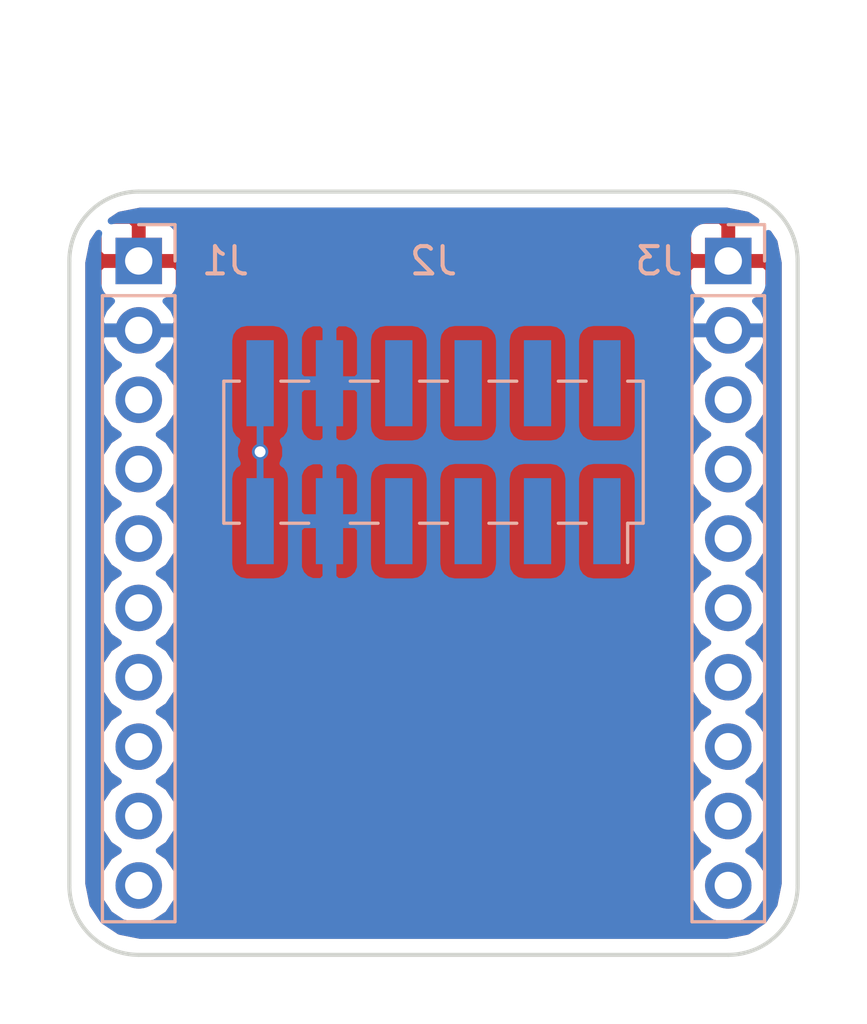
<source format=kicad_pcb>
(kicad_pcb (version 4) (host pcbnew 4.0.7)

  (general
    (links 6)
    (no_connects 5)
    (area 113.589999 88.824999 140.410001 116.915001)
    (thickness 1.6)
    (drawings 9)
    (tracks 3)
    (zones 0)
    (modules 3)
    (nets 27)
  )

  (page A4)
  (layers
    (0 F.Cu signal)
    (31 B.Cu signal)
    (32 B.Adhes user)
    (33 F.Adhes user)
    (34 B.Paste user)
    (35 F.Paste user)
    (36 B.SilkS user)
    (37 F.SilkS user)
    (38 B.Mask user)
    (39 F.Mask user)
    (40 Dwgs.User user)
    (41 Cmts.User user)
    (42 Eco1.User user)
    (43 Eco2.User user)
    (44 Edge.Cuts user)
    (45 Margin user)
    (46 B.CrtYd user)
    (47 F.CrtYd user)
    (48 B.Fab user)
    (49 F.Fab user)
  )

  (setup
    (last_trace_width 0.25)
    (trace_clearance 0.2)
    (zone_clearance 0.508)
    (zone_45_only no)
    (trace_min 0.2)
    (segment_width 0.2)
    (edge_width 0.15)
    (via_size 0.6)
    (via_drill 0.4)
    (via_min_size 0.4)
    (via_min_drill 0.3)
    (uvia_size 0.3)
    (uvia_drill 0.1)
    (uvias_allowed no)
    (uvia_min_size 0.2)
    (uvia_min_drill 0.1)
    (pcb_text_width 0.3)
    (pcb_text_size 1.5 1.5)
    (mod_edge_width 0.15)
    (mod_text_size 1 1)
    (mod_text_width 0.15)
    (pad_size 1.524 1.524)
    (pad_drill 0.762)
    (pad_to_mask_clearance 0.2)
    (aux_axis_origin 0 0)
    (visible_elements FFFFFF7F)
    (pcbplotparams
      (layerselection 0x00030_80000001)
      (usegerberextensions false)
      (excludeedgelayer true)
      (linewidth 0.100000)
      (plotframeref false)
      (viasonmask false)
      (mode 1)
      (useauxorigin false)
      (hpglpennumber 1)
      (hpglpenspeed 20)
      (hpglpendiameter 15)
      (hpglpenoverlay 2)
      (psnegative false)
      (psa4output false)
      (plotreference true)
      (plotvalue true)
      (plotinvisibletext false)
      (padsonsilk false)
      (subtractmaskfromsilk false)
      (outputformat 1)
      (mirror false)
      (drillshape 1)
      (scaleselection 1)
      (outputdirectory ""))
  )

  (net 0 "")
  (net 1 +3V3)
  (net 2 GND)
  (net 3 /PIO0_02)
  (net 4 /PIO0_03)
  (net 5 /PIO0_04)
  (net 6 /PIO0_05)
  (net 7 /PIO0_06)
  (net 8 /PIO0_07)
  (net 9 /PIO0_08)
  (net 10 /PIO0_09)
  (net 11 /PIO1_02)
  (net 12 /PIO1_03)
  (net 13 /PIO1_04)
  (net 14 /PIO1_05)
  (net 15 /PIO1_06)
  (net 16 /PIO1_07)
  (net 17 /PIO1_08)
  (net 18 /PIO1_09)
  (net 19 /PIO2_17)
  (net 20 /PIO2_18)
  (net 21 /PIO2_19)
  (net 22 /PIO2_20)
  (net 23 /PIO2_21)
  (net 24 /PIO2_22)
  (net 25 /PIO2_23)
  (net 26 /PIO2_24)

  (net_class Default "This is the default net class."
    (clearance 0.2)
    (trace_width 0.25)
    (via_dia 0.6)
    (via_drill 0.4)
    (uvia_dia 0.3)
    (uvia_drill 0.1)
    (add_net +3V3)
    (add_net /PIO0_02)
    (add_net /PIO0_03)
    (add_net /PIO0_04)
    (add_net /PIO0_05)
    (add_net /PIO0_06)
    (add_net /PIO0_07)
    (add_net /PIO0_08)
    (add_net /PIO0_09)
    (add_net /PIO1_02)
    (add_net /PIO1_03)
    (add_net /PIO1_04)
    (add_net /PIO1_05)
    (add_net /PIO1_06)
    (add_net /PIO1_07)
    (add_net /PIO1_08)
    (add_net /PIO1_09)
    (add_net /PIO2_17)
    (add_net /PIO2_18)
    (add_net /PIO2_19)
    (add_net /PIO2_20)
    (add_net /PIO2_21)
    (add_net /PIO2_22)
    (add_net /PIO2_23)
    (add_net /PIO2_24)
    (add_net GND)
  )

  (module Pin_Headers:Pin_Header_Straight_1x10_Pitch2.54mm (layer B.Cu) (tedit 59650532) (tstamp 5A561B43)
    (at 116.205 91.44 180)
    (descr "Through hole straight pin header, 1x10, 2.54mm pitch, single row")
    (tags "Through hole pin header THT 1x10 2.54mm single row")
    (path /5A5618EB)
    (fp_text reference J1 (at -3.175 0 180) (layer B.SilkS)
      (effects (font (size 1 1) (thickness 0.15)) (justify mirror))
    )
    (fp_text value Conn_01x10 (at 0 -25.19 180) (layer B.Fab)
      (effects (font (size 1 1) (thickness 0.15)) (justify mirror))
    )
    (fp_line (start -0.635 1.27) (end 1.27 1.27) (layer B.Fab) (width 0.1))
    (fp_line (start 1.27 1.27) (end 1.27 -24.13) (layer B.Fab) (width 0.1))
    (fp_line (start 1.27 -24.13) (end -1.27 -24.13) (layer B.Fab) (width 0.1))
    (fp_line (start -1.27 -24.13) (end -1.27 0.635) (layer B.Fab) (width 0.1))
    (fp_line (start -1.27 0.635) (end -0.635 1.27) (layer B.Fab) (width 0.1))
    (fp_line (start -1.33 -24.19) (end 1.33 -24.19) (layer B.SilkS) (width 0.12))
    (fp_line (start -1.33 -1.27) (end -1.33 -24.19) (layer B.SilkS) (width 0.12))
    (fp_line (start 1.33 -1.27) (end 1.33 -24.19) (layer B.SilkS) (width 0.12))
    (fp_line (start -1.33 -1.27) (end 1.33 -1.27) (layer B.SilkS) (width 0.12))
    (fp_line (start -1.33 0) (end -1.33 1.33) (layer B.SilkS) (width 0.12))
    (fp_line (start -1.33 1.33) (end 0 1.33) (layer B.SilkS) (width 0.12))
    (fp_line (start -1.8 1.8) (end -1.8 -24.65) (layer B.CrtYd) (width 0.05))
    (fp_line (start -1.8 -24.65) (end 1.8 -24.65) (layer B.CrtYd) (width 0.05))
    (fp_line (start 1.8 -24.65) (end 1.8 1.8) (layer B.CrtYd) (width 0.05))
    (fp_line (start 1.8 1.8) (end -1.8 1.8) (layer B.CrtYd) (width 0.05))
    (fp_text user %R (at 0 -11.43 450) (layer B.Fab)
      (effects (font (size 1 1) (thickness 0.15)) (justify mirror))
    )
    (pad 1 thru_hole rect (at 0 0 180) (size 1.7 1.7) (drill 1) (layers *.Cu *.Mask)
      (net 1 +3V3))
    (pad 2 thru_hole oval (at 0 -2.54 180) (size 1.7 1.7) (drill 1) (layers *.Cu *.Mask)
      (net 2 GND))
    (pad 3 thru_hole oval (at 0 -5.08 180) (size 1.7 1.7) (drill 1) (layers *.Cu *.Mask)
      (net 3 /PIO0_02))
    (pad 4 thru_hole oval (at 0 -7.62 180) (size 1.7 1.7) (drill 1) (layers *.Cu *.Mask)
      (net 4 /PIO0_03))
    (pad 5 thru_hole oval (at 0 -10.16 180) (size 1.7 1.7) (drill 1) (layers *.Cu *.Mask)
      (net 5 /PIO0_04))
    (pad 6 thru_hole oval (at 0 -12.7 180) (size 1.7 1.7) (drill 1) (layers *.Cu *.Mask)
      (net 6 /PIO0_05))
    (pad 7 thru_hole oval (at 0 -15.24 180) (size 1.7 1.7) (drill 1) (layers *.Cu *.Mask)
      (net 7 /PIO0_06))
    (pad 8 thru_hole oval (at 0 -17.78 180) (size 1.7 1.7) (drill 1) (layers *.Cu *.Mask)
      (net 8 /PIO0_07))
    (pad 9 thru_hole oval (at 0 -20.32 180) (size 1.7 1.7) (drill 1) (layers *.Cu *.Mask)
      (net 9 /PIO0_08))
    (pad 10 thru_hole oval (at 0 -22.86 180) (size 1.7 1.7) (drill 1) (layers *.Cu *.Mask)
      (net 10 /PIO0_09))
    (model ${KISYS3DMOD}/Pin_Headers.3dshapes/Pin_Header_Straight_1x10_Pitch2.54mm.wrl
      (at (xyz 0 0 0))
      (scale (xyz 1 1 1))
      (rotate (xyz 0 0 0))
    )
  )

  (module Pin_Headers:Pin_Header_Straight_2x06_Pitch2.54mm_SMD (layer B.Cu) (tedit 59650532) (tstamp 5A561B53)
    (at 127 98.44 90)
    (descr "surface-mounted straight pin header, 2x06, 2.54mm pitch, double rows")
    (tags "Surface mounted pin header SMD 2x06 2.54mm double row")
    (path /5A562508)
    (attr smd)
    (fp_text reference J2 (at 7 0 180) (layer B.SilkS)
      (effects (font (size 1 1) (thickness 0.15)) (justify mirror))
    )
    (fp_text value PMOD (at 0 -8.68 90) (layer B.Fab)
      (effects (font (size 1 1) (thickness 0.15)) (justify mirror))
    )
    (fp_line (start 2.54 -7.62) (end -2.54 -7.62) (layer B.Fab) (width 0.1))
    (fp_line (start -1.59 7.62) (end 2.54 7.62) (layer B.Fab) (width 0.1))
    (fp_line (start -2.54 -7.62) (end -2.54 6.67) (layer B.Fab) (width 0.1))
    (fp_line (start -2.54 6.67) (end -1.59 7.62) (layer B.Fab) (width 0.1))
    (fp_line (start 2.54 7.62) (end 2.54 -7.62) (layer B.Fab) (width 0.1))
    (fp_line (start -2.54 6.67) (end -3.6 6.67) (layer B.Fab) (width 0.1))
    (fp_line (start -3.6 6.67) (end -3.6 6.03) (layer B.Fab) (width 0.1))
    (fp_line (start -3.6 6.03) (end -2.54 6.03) (layer B.Fab) (width 0.1))
    (fp_line (start 2.54 6.67) (end 3.6 6.67) (layer B.Fab) (width 0.1))
    (fp_line (start 3.6 6.67) (end 3.6 6.03) (layer B.Fab) (width 0.1))
    (fp_line (start 3.6 6.03) (end 2.54 6.03) (layer B.Fab) (width 0.1))
    (fp_line (start -2.54 4.13) (end -3.6 4.13) (layer B.Fab) (width 0.1))
    (fp_line (start -3.6 4.13) (end -3.6 3.49) (layer B.Fab) (width 0.1))
    (fp_line (start -3.6 3.49) (end -2.54 3.49) (layer B.Fab) (width 0.1))
    (fp_line (start 2.54 4.13) (end 3.6 4.13) (layer B.Fab) (width 0.1))
    (fp_line (start 3.6 4.13) (end 3.6 3.49) (layer B.Fab) (width 0.1))
    (fp_line (start 3.6 3.49) (end 2.54 3.49) (layer B.Fab) (width 0.1))
    (fp_line (start -2.54 1.59) (end -3.6 1.59) (layer B.Fab) (width 0.1))
    (fp_line (start -3.6 1.59) (end -3.6 0.95) (layer B.Fab) (width 0.1))
    (fp_line (start -3.6 0.95) (end -2.54 0.95) (layer B.Fab) (width 0.1))
    (fp_line (start 2.54 1.59) (end 3.6 1.59) (layer B.Fab) (width 0.1))
    (fp_line (start 3.6 1.59) (end 3.6 0.95) (layer B.Fab) (width 0.1))
    (fp_line (start 3.6 0.95) (end 2.54 0.95) (layer B.Fab) (width 0.1))
    (fp_line (start -2.54 -0.95) (end -3.6 -0.95) (layer B.Fab) (width 0.1))
    (fp_line (start -3.6 -0.95) (end -3.6 -1.59) (layer B.Fab) (width 0.1))
    (fp_line (start -3.6 -1.59) (end -2.54 -1.59) (layer B.Fab) (width 0.1))
    (fp_line (start 2.54 -0.95) (end 3.6 -0.95) (layer B.Fab) (width 0.1))
    (fp_line (start 3.6 -0.95) (end 3.6 -1.59) (layer B.Fab) (width 0.1))
    (fp_line (start 3.6 -1.59) (end 2.54 -1.59) (layer B.Fab) (width 0.1))
    (fp_line (start -2.54 -3.49) (end -3.6 -3.49) (layer B.Fab) (width 0.1))
    (fp_line (start -3.6 -3.49) (end -3.6 -4.13) (layer B.Fab) (width 0.1))
    (fp_line (start -3.6 -4.13) (end -2.54 -4.13) (layer B.Fab) (width 0.1))
    (fp_line (start 2.54 -3.49) (end 3.6 -3.49) (layer B.Fab) (width 0.1))
    (fp_line (start 3.6 -3.49) (end 3.6 -4.13) (layer B.Fab) (width 0.1))
    (fp_line (start 3.6 -4.13) (end 2.54 -4.13) (layer B.Fab) (width 0.1))
    (fp_line (start -2.54 -6.03) (end -3.6 -6.03) (layer B.Fab) (width 0.1))
    (fp_line (start -3.6 -6.03) (end -3.6 -6.67) (layer B.Fab) (width 0.1))
    (fp_line (start -3.6 -6.67) (end -2.54 -6.67) (layer B.Fab) (width 0.1))
    (fp_line (start 2.54 -6.03) (end 3.6 -6.03) (layer B.Fab) (width 0.1))
    (fp_line (start 3.6 -6.03) (end 3.6 -6.67) (layer B.Fab) (width 0.1))
    (fp_line (start 3.6 -6.67) (end 2.54 -6.67) (layer B.Fab) (width 0.1))
    (fp_line (start -2.6 7.68) (end 2.6 7.68) (layer B.SilkS) (width 0.12))
    (fp_line (start -2.6 -7.68) (end 2.6 -7.68) (layer B.SilkS) (width 0.12))
    (fp_line (start -4.04 7.11) (end -2.6 7.11) (layer B.SilkS) (width 0.12))
    (fp_line (start -2.6 7.68) (end -2.6 7.11) (layer B.SilkS) (width 0.12))
    (fp_line (start 2.6 7.68) (end 2.6 7.11) (layer B.SilkS) (width 0.12))
    (fp_line (start -2.6 -7.11) (end -2.6 -7.68) (layer B.SilkS) (width 0.12))
    (fp_line (start 2.6 -7.11) (end 2.6 -7.68) (layer B.SilkS) (width 0.12))
    (fp_line (start -2.6 5.59) (end -2.6 4.57) (layer B.SilkS) (width 0.12))
    (fp_line (start 2.6 5.59) (end 2.6 4.57) (layer B.SilkS) (width 0.12))
    (fp_line (start -2.6 3.05) (end -2.6 2.03) (layer B.SilkS) (width 0.12))
    (fp_line (start 2.6 3.05) (end 2.6 2.03) (layer B.SilkS) (width 0.12))
    (fp_line (start -2.6 0.51) (end -2.6 -0.51) (layer B.SilkS) (width 0.12))
    (fp_line (start 2.6 0.51) (end 2.6 -0.51) (layer B.SilkS) (width 0.12))
    (fp_line (start -2.6 -2.03) (end -2.6 -3.05) (layer B.SilkS) (width 0.12))
    (fp_line (start 2.6 -2.03) (end 2.6 -3.05) (layer B.SilkS) (width 0.12))
    (fp_line (start -2.6 -4.57) (end -2.6 -5.59) (layer B.SilkS) (width 0.12))
    (fp_line (start 2.6 -4.57) (end 2.6 -5.59) (layer B.SilkS) (width 0.12))
    (fp_line (start -5.9 8.15) (end -5.9 -8.15) (layer B.CrtYd) (width 0.05))
    (fp_line (start -5.9 -8.15) (end 5.9 -8.15) (layer B.CrtYd) (width 0.05))
    (fp_line (start 5.9 -8.15) (end 5.9 8.15) (layer B.CrtYd) (width 0.05))
    (fp_line (start 5.9 8.15) (end -5.9 8.15) (layer B.CrtYd) (width 0.05))
    (fp_text user %R (at 0 0 360) (layer B.Fab)
      (effects (font (size 1 1) (thickness 0.15)) (justify mirror))
    )
    (pad 1 smd rect (at -2.525 6.35 90) (size 3.15 1) (layers B.Cu B.Paste B.Mask)
      (net 11 /PIO1_02))
    (pad 2 smd rect (at 2.525 6.35 90) (size 3.15 1) (layers B.Cu B.Paste B.Mask)
      (net 15 /PIO1_06))
    (pad 3 smd rect (at -2.525 3.81 90) (size 3.15 1) (layers B.Cu B.Paste B.Mask)
      (net 12 /PIO1_03))
    (pad 4 smd rect (at 2.525 3.81 90) (size 3.15 1) (layers B.Cu B.Paste B.Mask)
      (net 16 /PIO1_07))
    (pad 5 smd rect (at -2.525 1.27 90) (size 3.15 1) (layers B.Cu B.Paste B.Mask)
      (net 13 /PIO1_04))
    (pad 6 smd rect (at 2.525 1.27 90) (size 3.15 1) (layers B.Cu B.Paste B.Mask)
      (net 17 /PIO1_08))
    (pad 7 smd rect (at -2.525 -1.27 90) (size 3.15 1) (layers B.Cu B.Paste B.Mask)
      (net 14 /PIO1_05))
    (pad 8 smd rect (at 2.525 -1.27 90) (size 3.15 1) (layers B.Cu B.Paste B.Mask)
      (net 18 /PIO1_09))
    (pad 9 smd rect (at -2.525 -3.81 90) (size 3.15 1) (layers B.Cu B.Paste B.Mask)
      (net 2 GND))
    (pad 10 smd rect (at 2.525 -3.81 90) (size 3.15 1) (layers B.Cu B.Paste B.Mask)
      (net 2 GND))
    (pad 11 smd rect (at -2.525 -6.35 90) (size 3.15 1) (layers B.Cu B.Paste B.Mask)
      (net 1 +3V3))
    (pad 12 smd rect (at 2.525 -6.35 90) (size 3.15 1) (layers B.Cu B.Paste B.Mask)
      (net 1 +3V3))
    (model ${KISYS3DMOD}/Pin_Headers.3dshapes/Pin_Header_Straight_2x06_Pitch2.54mm_SMD.wrl
      (at (xyz 0 0 0))
      (scale (xyz 1 1 1))
      (rotate (xyz 0 0 0))
    )
  )

  (module Pin_Headers:Pin_Header_Straight_1x10_Pitch2.54mm (layer B.Cu) (tedit 59650532) (tstamp 5A561B61)
    (at 137.795 91.44 180)
    (descr "Through hole straight pin header, 1x10, 2.54mm pitch, single row")
    (tags "Through hole pin header THT 1x10 2.54mm single row")
    (path /5A5621B3)
    (fp_text reference J3 (at 2.54 0 180) (layer B.SilkS)
      (effects (font (size 1 1) (thickness 0.15)) (justify mirror))
    )
    (fp_text value Conn_01x10 (at 0 -25.19 180) (layer B.Fab)
      (effects (font (size 1 1) (thickness 0.15)) (justify mirror))
    )
    (fp_line (start -0.635 1.27) (end 1.27 1.27) (layer B.Fab) (width 0.1))
    (fp_line (start 1.27 1.27) (end 1.27 -24.13) (layer B.Fab) (width 0.1))
    (fp_line (start 1.27 -24.13) (end -1.27 -24.13) (layer B.Fab) (width 0.1))
    (fp_line (start -1.27 -24.13) (end -1.27 0.635) (layer B.Fab) (width 0.1))
    (fp_line (start -1.27 0.635) (end -0.635 1.27) (layer B.Fab) (width 0.1))
    (fp_line (start -1.33 -24.19) (end 1.33 -24.19) (layer B.SilkS) (width 0.12))
    (fp_line (start -1.33 -1.27) (end -1.33 -24.19) (layer B.SilkS) (width 0.12))
    (fp_line (start 1.33 -1.27) (end 1.33 -24.19) (layer B.SilkS) (width 0.12))
    (fp_line (start -1.33 -1.27) (end 1.33 -1.27) (layer B.SilkS) (width 0.12))
    (fp_line (start -1.33 0) (end -1.33 1.33) (layer B.SilkS) (width 0.12))
    (fp_line (start -1.33 1.33) (end 0 1.33) (layer B.SilkS) (width 0.12))
    (fp_line (start -1.8 1.8) (end -1.8 -24.65) (layer B.CrtYd) (width 0.05))
    (fp_line (start -1.8 -24.65) (end 1.8 -24.65) (layer B.CrtYd) (width 0.05))
    (fp_line (start 1.8 -24.65) (end 1.8 1.8) (layer B.CrtYd) (width 0.05))
    (fp_line (start 1.8 1.8) (end -1.8 1.8) (layer B.CrtYd) (width 0.05))
    (fp_text user %R (at 0 -11.43 450) (layer B.Fab)
      (effects (font (size 1 1) (thickness 0.15)) (justify mirror))
    )
    (pad 1 thru_hole rect (at 0 0 180) (size 1.7 1.7) (drill 1) (layers *.Cu *.Mask)
      (net 1 +3V3))
    (pad 2 thru_hole oval (at 0 -2.54 180) (size 1.7 1.7) (drill 1) (layers *.Cu *.Mask)
      (net 2 GND))
    (pad 3 thru_hole oval (at 0 -5.08 180) (size 1.7 1.7) (drill 1) (layers *.Cu *.Mask)
      (net 19 /PIO2_17))
    (pad 4 thru_hole oval (at 0 -7.62 180) (size 1.7 1.7) (drill 1) (layers *.Cu *.Mask)
      (net 20 /PIO2_18))
    (pad 5 thru_hole oval (at 0 -10.16 180) (size 1.7 1.7) (drill 1) (layers *.Cu *.Mask)
      (net 21 /PIO2_19))
    (pad 6 thru_hole oval (at 0 -12.7 180) (size 1.7 1.7) (drill 1) (layers *.Cu *.Mask)
      (net 22 /PIO2_20))
    (pad 7 thru_hole oval (at 0 -15.24 180) (size 1.7 1.7) (drill 1) (layers *.Cu *.Mask)
      (net 23 /PIO2_21))
    (pad 8 thru_hole oval (at 0 -17.78 180) (size 1.7 1.7) (drill 1) (layers *.Cu *.Mask)
      (net 24 /PIO2_22))
    (pad 9 thru_hole oval (at 0 -20.32 180) (size 1.7 1.7) (drill 1) (layers *.Cu *.Mask)
      (net 25 /PIO2_23))
    (pad 10 thru_hole oval (at 0 -22.86 180) (size 1.7 1.7) (drill 1) (layers *.Cu *.Mask)
      (net 26 /PIO2_24))
    (model ${KISYS3DMOD}/Pin_Headers.3dshapes/Pin_Header_Straight_1x10_Pitch2.54mm.wrl
      (at (xyz 0 0 0))
      (scale (xyz 1 1 1))
      (rotate (xyz 0 0 0))
    )
  )

  (dimension 21.59 (width 0.3) (layer F.Fab)
    (gr_text "0.8500 in" (at 127 83.74) (layer F.Fab)
      (effects (font (size 1.5 1.5) (thickness 0.3)))
    )
    (feature1 (pts (xy 137.795 91.44) (xy 137.795 82.39)))
    (feature2 (pts (xy 116.205 91.44) (xy 116.205 82.39)))
    (crossbar (pts (xy 116.205 85.09) (xy 137.795 85.09)))
    (arrow1a (pts (xy 137.795 85.09) (xy 136.668496 85.676421)))
    (arrow1b (pts (xy 137.795 85.09) (xy 136.668496 84.503579)))
    (arrow2a (pts (xy 116.205 85.09) (xy 117.331504 85.676421)))
    (arrow2b (pts (xy 116.205 85.09) (xy 117.331504 84.503579)))
  )
  (gr_line (start 113.665 114.3) (end 113.665 91.44) (layer Edge.Cuts) (width 0.15))
  (gr_line (start 137.795 116.84) (end 116.205 116.84) (layer Edge.Cuts) (width 0.15))
  (gr_line (start 140.335 91.44) (end 140.335 114.3) (layer Edge.Cuts) (width 0.15))
  (gr_line (start 116.205 88.9) (end 137.795 88.9) (layer Edge.Cuts) (width 0.15))
  (gr_arc (start 137.795 114.3) (end 140.335 114.3) (angle 90) (layer Edge.Cuts) (width 0.15))
  (gr_arc (start 116.205 114.3) (end 116.205 116.84) (angle 90) (layer Edge.Cuts) (width 0.15))
  (gr_arc (start 137.795 91.44) (end 137.795 88.9) (angle 90) (layer Edge.Cuts) (width 0.15))
  (gr_arc (start 116.205 91.44) (end 113.665 91.44) (angle 90) (layer Edge.Cuts) (width 0.15))

  (segment (start 120.65 100.965) (end 120.65 98.425) (width 0.25) (layer B.Cu) (net 1))
  (via (at 120.65 98.425) (size 0.6) (drill 0.4) (layers F.Cu B.Cu) (net 1))
  (segment (start 120.65 95.915) (end 120.65 98.425) (width 0.25) (layer B.Cu) (net 1))

  (zone (net 1) (net_name +3V3) (layer F.Cu) (tstamp 0) (hatch edge 0.508)
    (connect_pads (clearance 0.508))
    (min_thickness 0.254)
    (fill yes (arc_segments 16) (thermal_gap 0.508) (thermal_bridge_width 0.508))
    (polygon
      (pts
        (xy 112.395 86.36) (xy 112.395 119.38) (xy 141.605 119.38) (xy 141.605 86.36)
      )
    )
    (filled_polygon
      (pts
        (xy 138.489989 89.762152) (xy 138.790508 89.962953) (xy 138.771309 89.955) (xy 138.08075 89.955) (xy 137.922 90.11375)
        (xy 137.922 91.313) (xy 139.12125 91.313) (xy 139.28 91.15425) (xy 139.28 90.46369) (xy 139.272049 90.444494)
        (xy 139.472848 90.745011) (xy 139.625 91.509931) (xy 139.625 114.230069) (xy 139.472848 114.994989) (xy 139.07917 115.58417)
        (xy 138.489989 115.977848) (xy 137.725069 116.13) (xy 116.274931 116.13) (xy 115.510011 115.977848) (xy 114.92083 115.58417)
        (xy 114.527152 114.994989) (xy 114.375 114.230069) (xy 114.375 93.98) (xy 114.690907 93.98) (xy 114.803946 94.548285)
        (xy 115.125853 95.030054) (xy 115.455026 95.25) (xy 115.125853 95.469946) (xy 114.803946 95.951715) (xy 114.690907 96.52)
        (xy 114.803946 97.088285) (xy 115.125853 97.570054) (xy 115.455026 97.79) (xy 115.125853 98.009946) (xy 114.803946 98.491715)
        (xy 114.690907 99.06) (xy 114.803946 99.628285) (xy 115.125853 100.110054) (xy 115.455026 100.33) (xy 115.125853 100.549946)
        (xy 114.803946 101.031715) (xy 114.690907 101.6) (xy 114.803946 102.168285) (xy 115.125853 102.650054) (xy 115.455026 102.87)
        (xy 115.125853 103.089946) (xy 114.803946 103.571715) (xy 114.690907 104.14) (xy 114.803946 104.708285) (xy 115.125853 105.190054)
        (xy 115.455026 105.41) (xy 115.125853 105.629946) (xy 114.803946 106.111715) (xy 114.690907 106.68) (xy 114.803946 107.248285)
        (xy 115.125853 107.730054) (xy 115.455026 107.95) (xy 115.125853 108.169946) (xy 114.803946 108.651715) (xy 114.690907 109.22)
        (xy 114.803946 109.788285) (xy 115.125853 110.270054) (xy 115.455026 110.49) (xy 115.125853 110.709946) (xy 114.803946 111.191715)
        (xy 114.690907 111.76) (xy 114.803946 112.328285) (xy 115.125853 112.810054) (xy 115.455026 113.03) (xy 115.125853 113.249946)
        (xy 114.803946 113.731715) (xy 114.690907 114.3) (xy 114.803946 114.868285) (xy 115.125853 115.350054) (xy 115.607622 115.671961)
        (xy 116.175907 115.785) (xy 116.234093 115.785) (xy 116.802378 115.671961) (xy 117.284147 115.350054) (xy 117.606054 114.868285)
        (xy 117.719093 114.3) (xy 117.606054 113.731715) (xy 117.284147 113.249946) (xy 116.954974 113.03) (xy 117.284147 112.810054)
        (xy 117.606054 112.328285) (xy 117.719093 111.76) (xy 117.606054 111.191715) (xy 117.284147 110.709946) (xy 116.954974 110.49)
        (xy 117.284147 110.270054) (xy 117.606054 109.788285) (xy 117.719093 109.22) (xy 117.606054 108.651715) (xy 117.284147 108.169946)
        (xy 116.954974 107.95) (xy 117.284147 107.730054) (xy 117.606054 107.248285) (xy 117.719093 106.68) (xy 117.606054 106.111715)
        (xy 117.284147 105.629946) (xy 116.954974 105.41) (xy 117.284147 105.190054) (xy 117.606054 104.708285) (xy 117.719093 104.14)
        (xy 117.606054 103.571715) (xy 117.284147 103.089946) (xy 116.954974 102.87) (xy 117.284147 102.650054) (xy 117.606054 102.168285)
        (xy 117.719093 101.6) (xy 117.606054 101.031715) (xy 117.284147 100.549946) (xy 116.954974 100.33) (xy 117.284147 100.110054)
        (xy 117.606054 99.628285) (xy 117.719093 99.06) (xy 117.606054 98.491715) (xy 117.284147 98.009946) (xy 116.954974 97.79)
        (xy 117.284147 97.570054) (xy 117.606054 97.088285) (xy 117.719093 96.52) (xy 117.606054 95.951715) (xy 117.284147 95.469946)
        (xy 116.954974 95.25) (xy 117.284147 95.030054) (xy 117.606054 94.548285) (xy 117.719093 93.98) (xy 136.280907 93.98)
        (xy 136.393946 94.548285) (xy 136.715853 95.030054) (xy 137.045026 95.25) (xy 136.715853 95.469946) (xy 136.393946 95.951715)
        (xy 136.280907 96.52) (xy 136.393946 97.088285) (xy 136.715853 97.570054) (xy 137.045026 97.79) (xy 136.715853 98.009946)
        (xy 136.393946 98.491715) (xy 136.280907 99.06) (xy 136.393946 99.628285) (xy 136.715853 100.110054) (xy 137.045026 100.33)
        (xy 136.715853 100.549946) (xy 136.393946 101.031715) (xy 136.280907 101.6) (xy 136.393946 102.168285) (xy 136.715853 102.650054)
        (xy 137.045026 102.87) (xy 136.715853 103.089946) (xy 136.393946 103.571715) (xy 136.280907 104.14) (xy 136.393946 104.708285)
        (xy 136.715853 105.190054) (xy 137.045026 105.41) (xy 136.715853 105.629946) (xy 136.393946 106.111715) (xy 136.280907 106.68)
        (xy 136.393946 107.248285) (xy 136.715853 107.730054) (xy 137.045026 107.95) (xy 136.715853 108.169946) (xy 136.393946 108.651715)
        (xy 136.280907 109.22) (xy 136.393946 109.788285) (xy 136.715853 110.270054) (xy 137.045026 110.49) (xy 136.715853 110.709946)
        (xy 136.393946 111.191715) (xy 136.280907 111.76) (xy 136.393946 112.328285) (xy 136.715853 112.810054) (xy 137.045026 113.03)
        (xy 136.715853 113.249946) (xy 136.393946 113.731715) (xy 136.280907 114.3) (xy 136.393946 114.868285) (xy 136.715853 115.350054)
        (xy 137.197622 115.671961) (xy 137.765907 115.785) (xy 137.824093 115.785) (xy 138.392378 115.671961) (xy 138.874147 115.350054)
        (xy 139.196054 114.868285) (xy 139.309093 114.3) (xy 139.196054 113.731715) (xy 138.874147 113.249946) (xy 138.544974 113.03)
        (xy 138.874147 112.810054) (xy 139.196054 112.328285) (xy 139.309093 111.76) (xy 139.196054 111.191715) (xy 138.874147 110.709946)
        (xy 138.544974 110.49) (xy 138.874147 110.270054) (xy 139.196054 109.788285) (xy 139.309093 109.22) (xy 139.196054 108.651715)
        (xy 138.874147 108.169946) (xy 138.544974 107.95) (xy 138.874147 107.730054) (xy 139.196054 107.248285) (xy 139.309093 106.68)
        (xy 139.196054 106.111715) (xy 138.874147 105.629946) (xy 138.544974 105.41) (xy 138.874147 105.190054) (xy 139.196054 104.708285)
        (xy 139.309093 104.14) (xy 139.196054 103.571715) (xy 138.874147 103.089946) (xy 138.544974 102.87) (xy 138.874147 102.650054)
        (xy 139.196054 102.168285) (xy 139.309093 101.6) (xy 139.196054 101.031715) (xy 138.874147 100.549946) (xy 138.544974 100.33)
        (xy 138.874147 100.110054) (xy 139.196054 99.628285) (xy 139.309093 99.06) (xy 139.196054 98.491715) (xy 138.874147 98.009946)
        (xy 138.544974 97.79) (xy 138.874147 97.570054) (xy 139.196054 97.088285) (xy 139.309093 96.52) (xy 139.196054 95.951715)
        (xy 138.874147 95.469946) (xy 138.544974 95.25) (xy 138.874147 95.030054) (xy 139.196054 94.548285) (xy 139.309093 93.98)
        (xy 139.196054 93.411715) (xy 138.874147 92.929946) (xy 138.830223 92.900597) (xy 139.004698 92.828327) (xy 139.183327 92.649699)
        (xy 139.28 92.41631) (xy 139.28 91.72575) (xy 139.12125 91.567) (xy 137.922 91.567) (xy 137.922 91.587)
        (xy 137.668 91.587) (xy 137.668 91.567) (xy 136.46875 91.567) (xy 136.31 91.72575) (xy 136.31 92.41631)
        (xy 136.406673 92.649699) (xy 136.585302 92.828327) (xy 136.759777 92.900597) (xy 136.715853 92.929946) (xy 136.393946 93.411715)
        (xy 136.280907 93.98) (xy 117.719093 93.98) (xy 117.606054 93.411715) (xy 117.284147 92.929946) (xy 117.240223 92.900597)
        (xy 117.414698 92.828327) (xy 117.593327 92.649699) (xy 117.69 92.41631) (xy 117.69 91.72575) (xy 117.53125 91.567)
        (xy 116.332 91.567) (xy 116.332 91.587) (xy 116.078 91.587) (xy 116.078 91.567) (xy 114.87875 91.567)
        (xy 114.72 91.72575) (xy 114.72 92.41631) (xy 114.816673 92.649699) (xy 114.995302 92.828327) (xy 115.169777 92.900597)
        (xy 115.125853 92.929946) (xy 114.803946 93.411715) (xy 114.690907 93.98) (xy 114.375 93.98) (xy 114.375 91.509931)
        (xy 114.527152 90.745011) (xy 114.727951 90.444494) (xy 114.72 90.46369) (xy 114.72 91.15425) (xy 114.87875 91.313)
        (xy 116.078 91.313) (xy 116.078 90.11375) (xy 116.332 90.11375) (xy 116.332 91.313) (xy 117.53125 91.313)
        (xy 117.69 91.15425) (xy 117.69 90.46369) (xy 136.31 90.46369) (xy 136.31 91.15425) (xy 136.46875 91.313)
        (xy 137.668 91.313) (xy 137.668 90.11375) (xy 137.50925 89.955) (xy 136.818691 89.955) (xy 136.585302 90.051673)
        (xy 136.406673 90.230301) (xy 136.31 90.46369) (xy 117.69 90.46369) (xy 117.593327 90.230301) (xy 117.414698 90.051673)
        (xy 117.181309 89.955) (xy 116.49075 89.955) (xy 116.332 90.11375) (xy 116.078 90.11375) (xy 115.91925 89.955)
        (xy 115.228691 89.955) (xy 115.209492 89.962953) (xy 115.510011 89.762152) (xy 116.274931 89.61) (xy 137.725069 89.61)
      )
    )
  )
  (zone (net 2) (net_name GND) (layer B.Cu) (tstamp 0) (hatch edge 0.508)
    (connect_pads (clearance 0.508))
    (min_thickness 0.254)
    (fill yes (arc_segments 16) (thermal_gap 0.508) (thermal_bridge_width 0.508))
    (polygon
      (pts
        (xy 111.125 87.63) (xy 142.875 87.63) (xy 142.875 118.11) (xy 111.125 118.11)
      )
    )
    (filled_polygon
      (pts
        (xy 138.489989 89.762152) (xy 138.809993 89.975972) (xy 138.645 89.94256) (xy 136.945 89.94256) (xy 136.709683 89.986838)
        (xy 136.493559 90.12591) (xy 136.348569 90.33811) (xy 136.29756 90.59) (xy 136.29756 92.29) (xy 136.341838 92.525317)
        (xy 136.48091 92.741441) (xy 136.69311 92.886431) (xy 136.801107 92.908301) (xy 136.523355 93.213076) (xy 136.353524 93.62311)
        (xy 136.474845 93.853) (xy 137.668 93.853) (xy 137.668 93.833) (xy 137.922 93.833) (xy 137.922 93.853)
        (xy 139.115155 93.853) (xy 139.236476 93.62311) (xy 139.066645 93.213076) (xy 138.790499 92.910063) (xy 138.880317 92.893162)
        (xy 139.096441 92.75409) (xy 139.241431 92.54189) (xy 139.29244 92.29) (xy 139.29244 90.59) (xy 139.262322 90.429937)
        (xy 139.472848 90.745011) (xy 139.625 91.509931) (xy 139.625 114.230069) (xy 139.472848 114.994989) (xy 139.07917 115.58417)
        (xy 138.489989 115.977848) (xy 137.725069 116.13) (xy 116.274931 116.13) (xy 115.510011 115.977848) (xy 114.92083 115.58417)
        (xy 114.527152 114.994989) (xy 114.375 114.230069) (xy 114.375 96.52) (xy 114.690907 96.52) (xy 114.803946 97.088285)
        (xy 115.125853 97.570054) (xy 115.455026 97.79) (xy 115.125853 98.009946) (xy 114.803946 98.491715) (xy 114.690907 99.06)
        (xy 114.803946 99.628285) (xy 115.125853 100.110054) (xy 115.455026 100.33) (xy 115.125853 100.549946) (xy 114.803946 101.031715)
        (xy 114.690907 101.6) (xy 114.803946 102.168285) (xy 115.125853 102.650054) (xy 115.455026 102.87) (xy 115.125853 103.089946)
        (xy 114.803946 103.571715) (xy 114.690907 104.14) (xy 114.803946 104.708285) (xy 115.125853 105.190054) (xy 115.455026 105.41)
        (xy 115.125853 105.629946) (xy 114.803946 106.111715) (xy 114.690907 106.68) (xy 114.803946 107.248285) (xy 115.125853 107.730054)
        (xy 115.455026 107.95) (xy 115.125853 108.169946) (xy 114.803946 108.651715) (xy 114.690907 109.22) (xy 114.803946 109.788285)
        (xy 115.125853 110.270054) (xy 115.455026 110.49) (xy 115.125853 110.709946) (xy 114.803946 111.191715) (xy 114.690907 111.76)
        (xy 114.803946 112.328285) (xy 115.125853 112.810054) (xy 115.455026 113.03) (xy 115.125853 113.249946) (xy 114.803946 113.731715)
        (xy 114.690907 114.3) (xy 114.803946 114.868285) (xy 115.125853 115.350054) (xy 115.607622 115.671961) (xy 116.175907 115.785)
        (xy 116.234093 115.785) (xy 116.802378 115.671961) (xy 117.284147 115.350054) (xy 117.606054 114.868285) (xy 117.719093 114.3)
        (xy 117.606054 113.731715) (xy 117.284147 113.249946) (xy 116.954974 113.03) (xy 117.284147 112.810054) (xy 117.606054 112.328285)
        (xy 117.719093 111.76) (xy 117.606054 111.191715) (xy 117.284147 110.709946) (xy 116.954974 110.49) (xy 117.284147 110.270054)
        (xy 117.606054 109.788285) (xy 117.719093 109.22) (xy 117.606054 108.651715) (xy 117.284147 108.169946) (xy 116.954974 107.95)
        (xy 117.284147 107.730054) (xy 117.606054 107.248285) (xy 117.719093 106.68) (xy 117.606054 106.111715) (xy 117.284147 105.629946)
        (xy 116.954974 105.41) (xy 117.284147 105.190054) (xy 117.606054 104.708285) (xy 117.719093 104.14) (xy 117.606054 103.571715)
        (xy 117.284147 103.089946) (xy 116.954974 102.87) (xy 117.284147 102.650054) (xy 117.606054 102.168285) (xy 117.719093 101.6)
        (xy 117.606054 101.031715) (xy 117.284147 100.549946) (xy 116.954974 100.33) (xy 117.284147 100.110054) (xy 117.606054 99.628285)
        (xy 117.719093 99.06) (xy 117.606054 98.491715) (xy 117.284147 98.009946) (xy 116.954974 97.79) (xy 117.284147 97.570054)
        (xy 117.606054 97.088285) (xy 117.719093 96.52) (xy 117.606054 95.951715) (xy 117.284147 95.469946) (xy 116.943447 95.242298)
        (xy 117.086358 95.175183) (xy 117.476645 94.746924) (xy 117.645187 94.34) (xy 119.50256 94.34) (xy 119.50256 97.49)
        (xy 119.546838 97.725317) (xy 119.68591 97.941441) (xy 119.804688 98.022599) (xy 119.715162 98.238201) (xy 119.714838 98.610167)
        (xy 119.814479 98.851317) (xy 119.698559 98.92591) (xy 119.553569 99.13811) (xy 119.50256 99.39) (xy 119.50256 102.54)
        (xy 119.546838 102.775317) (xy 119.68591 102.991441) (xy 119.89811 103.136431) (xy 120.15 103.18744) (xy 121.15 103.18744)
        (xy 121.385317 103.143162) (xy 121.601441 103.00409) (xy 121.746431 102.79189) (xy 121.79744 102.54) (xy 121.79744 101.25075)
        (xy 122.055 101.25075) (xy 122.055 102.666309) (xy 122.151673 102.899698) (xy 122.330301 103.078327) (xy 122.56369 103.175)
        (xy 122.90425 103.175) (xy 123.063 103.01625) (xy 123.063 101.092) (xy 123.317 101.092) (xy 123.317 103.01625)
        (xy 123.47575 103.175) (xy 123.81631 103.175) (xy 124.049699 103.078327) (xy 124.228327 102.899698) (xy 124.325 102.666309)
        (xy 124.325 101.25075) (xy 124.16625 101.092) (xy 123.317 101.092) (xy 123.063 101.092) (xy 122.21375 101.092)
        (xy 122.055 101.25075) (xy 121.79744 101.25075) (xy 121.79744 99.39) (xy 121.773674 99.263691) (xy 122.055 99.263691)
        (xy 122.055 100.67925) (xy 122.21375 100.838) (xy 123.063 100.838) (xy 123.063 98.91375) (xy 123.317 98.91375)
        (xy 123.317 100.838) (xy 124.16625 100.838) (xy 124.325 100.67925) (xy 124.325 99.39) (xy 124.58256 99.39)
        (xy 124.58256 102.54) (xy 124.626838 102.775317) (xy 124.76591 102.991441) (xy 124.97811 103.136431) (xy 125.23 103.18744)
        (xy 126.23 103.18744) (xy 126.465317 103.143162) (xy 126.681441 103.00409) (xy 126.826431 102.79189) (xy 126.87744 102.54)
        (xy 126.87744 99.39) (xy 127.12256 99.39) (xy 127.12256 102.54) (xy 127.166838 102.775317) (xy 127.30591 102.991441)
        (xy 127.51811 103.136431) (xy 127.77 103.18744) (xy 128.77 103.18744) (xy 129.005317 103.143162) (xy 129.221441 103.00409)
        (xy 129.366431 102.79189) (xy 129.41744 102.54) (xy 129.41744 99.39) (xy 129.66256 99.39) (xy 129.66256 102.54)
        (xy 129.706838 102.775317) (xy 129.84591 102.991441) (xy 130.05811 103.136431) (xy 130.31 103.18744) (xy 131.31 103.18744)
        (xy 131.545317 103.143162) (xy 131.761441 103.00409) (xy 131.906431 102.79189) (xy 131.95744 102.54) (xy 131.95744 99.39)
        (xy 132.20256 99.39) (xy 132.20256 102.54) (xy 132.246838 102.775317) (xy 132.38591 102.991441) (xy 132.59811 103.136431)
        (xy 132.85 103.18744) (xy 133.85 103.18744) (xy 134.085317 103.143162) (xy 134.301441 103.00409) (xy 134.446431 102.79189)
        (xy 134.49744 102.54) (xy 134.49744 99.39) (xy 134.453162 99.154683) (xy 134.31409 98.938559) (xy 134.10189 98.793569)
        (xy 133.85 98.74256) (xy 132.85 98.74256) (xy 132.614683 98.786838) (xy 132.398559 98.92591) (xy 132.253569 99.13811)
        (xy 132.20256 99.39) (xy 131.95744 99.39) (xy 131.913162 99.154683) (xy 131.77409 98.938559) (xy 131.56189 98.793569)
        (xy 131.31 98.74256) (xy 130.31 98.74256) (xy 130.074683 98.786838) (xy 129.858559 98.92591) (xy 129.713569 99.13811)
        (xy 129.66256 99.39) (xy 129.41744 99.39) (xy 129.373162 99.154683) (xy 129.23409 98.938559) (xy 129.02189 98.793569)
        (xy 128.77 98.74256) (xy 127.77 98.74256) (xy 127.534683 98.786838) (xy 127.318559 98.92591) (xy 127.173569 99.13811)
        (xy 127.12256 99.39) (xy 126.87744 99.39) (xy 126.833162 99.154683) (xy 126.69409 98.938559) (xy 126.48189 98.793569)
        (xy 126.23 98.74256) (xy 125.23 98.74256) (xy 124.994683 98.786838) (xy 124.778559 98.92591) (xy 124.633569 99.13811)
        (xy 124.58256 99.39) (xy 124.325 99.39) (xy 124.325 99.263691) (xy 124.228327 99.030302) (xy 124.049699 98.851673)
        (xy 123.81631 98.755) (xy 123.47575 98.755) (xy 123.317 98.91375) (xy 123.063 98.91375) (xy 122.90425 98.755)
        (xy 122.56369 98.755) (xy 122.330301 98.851673) (xy 122.151673 99.030302) (xy 122.055 99.263691) (xy 121.773674 99.263691)
        (xy 121.753162 99.154683) (xy 121.61409 98.938559) (xy 121.485608 98.850771) (xy 121.584838 98.611799) (xy 121.585162 98.239833)
        (xy 121.495313 98.022381) (xy 121.601441 97.95409) (xy 121.746431 97.74189) (xy 121.79744 97.49) (xy 121.79744 96.20075)
        (xy 122.055 96.20075) (xy 122.055 97.616309) (xy 122.151673 97.849698) (xy 122.330301 98.028327) (xy 122.56369 98.125)
        (xy 122.90425 98.125) (xy 123.063 97.96625) (xy 123.063 96.042) (xy 123.317 96.042) (xy 123.317 97.96625)
        (xy 123.47575 98.125) (xy 123.81631 98.125) (xy 124.049699 98.028327) (xy 124.228327 97.849698) (xy 124.325 97.616309)
        (xy 124.325 96.20075) (xy 124.16625 96.042) (xy 123.317 96.042) (xy 123.063 96.042) (xy 122.21375 96.042)
        (xy 122.055 96.20075) (xy 121.79744 96.20075) (xy 121.79744 94.34) (xy 121.773674 94.213691) (xy 122.055 94.213691)
        (xy 122.055 95.62925) (xy 122.21375 95.788) (xy 123.063 95.788) (xy 123.063 93.86375) (xy 123.317 93.86375)
        (xy 123.317 95.788) (xy 124.16625 95.788) (xy 124.325 95.62925) (xy 124.325 94.34) (xy 124.58256 94.34)
        (xy 124.58256 97.49) (xy 124.626838 97.725317) (xy 124.76591 97.941441) (xy 124.97811 98.086431) (xy 125.23 98.13744)
        (xy 126.23 98.13744) (xy 126.465317 98.093162) (xy 126.681441 97.95409) (xy 126.826431 97.74189) (xy 126.87744 97.49)
        (xy 126.87744 94.34) (xy 127.12256 94.34) (xy 127.12256 97.49) (xy 127.166838 97.725317) (xy 127.30591 97.941441)
        (xy 127.51811 98.086431) (xy 127.77 98.13744) (xy 128.77 98.13744) (xy 129.005317 98.093162) (xy 129.221441 97.95409)
        (xy 129.366431 97.74189) (xy 129.41744 97.49) (xy 129.41744 94.34) (xy 129.66256 94.34) (xy 129.66256 97.49)
        (xy 129.706838 97.725317) (xy 129.84591 97.941441) (xy 130.05811 98.086431) (xy 130.31 98.13744) (xy 131.31 98.13744)
        (xy 131.545317 98.093162) (xy 131.761441 97.95409) (xy 131.906431 97.74189) (xy 131.95744 97.49) (xy 131.95744 94.34)
        (xy 132.20256 94.34) (xy 132.20256 97.49) (xy 132.246838 97.725317) (xy 132.38591 97.941441) (xy 132.59811 98.086431)
        (xy 132.85 98.13744) (xy 133.85 98.13744) (xy 134.085317 98.093162) (xy 134.301441 97.95409) (xy 134.446431 97.74189)
        (xy 134.49744 97.49) (xy 134.49744 96.52) (xy 136.280907 96.52) (xy 136.393946 97.088285) (xy 136.715853 97.570054)
        (xy 137.045026 97.79) (xy 136.715853 98.009946) (xy 136.393946 98.491715) (xy 136.280907 99.06) (xy 136.393946 99.628285)
        (xy 136.715853 100.110054) (xy 137.045026 100.33) (xy 136.715853 100.549946) (xy 136.393946 101.031715) (xy 136.280907 101.6)
        (xy 136.393946 102.168285) (xy 136.715853 102.650054) (xy 137.045026 102.87) (xy 136.715853 103.089946) (xy 136.393946 103.571715)
        (xy 136.280907 104.14) (xy 136.393946 104.708285) (xy 136.715853 105.190054) (xy 137.045026 105.41) (xy 136.715853 105.629946)
        (xy 136.393946 106.111715) (xy 136.280907 106.68) (xy 136.393946 107.248285) (xy 136.715853 107.730054) (xy 137.045026 107.95)
        (xy 136.715853 108.169946) (xy 136.393946 108.651715) (xy 136.280907 109.22) (xy 136.393946 109.788285) (xy 136.715853 110.270054)
        (xy 137.045026 110.49) (xy 136.715853 110.709946) (xy 136.393946 111.191715) (xy 136.280907 111.76) (xy 136.393946 112.328285)
        (xy 136.715853 112.810054) (xy 137.045026 113.03) (xy 136.715853 113.249946) (xy 136.393946 113.731715) (xy 136.280907 114.3)
        (xy 136.393946 114.868285) (xy 136.715853 115.350054) (xy 137.197622 115.671961) (xy 137.765907 115.785) (xy 137.824093 115.785)
        (xy 138.392378 115.671961) (xy 138.874147 115.350054) (xy 139.196054 114.868285) (xy 139.309093 114.3) (xy 139.196054 113.731715)
        (xy 138.874147 113.249946) (xy 138.544974 113.03) (xy 138.874147 112.810054) (xy 139.196054 112.328285) (xy 139.309093 111.76)
        (xy 139.196054 111.191715) (xy 138.874147 110.709946) (xy 138.544974 110.49) (xy 138.874147 110.270054) (xy 139.196054 109.788285)
        (xy 139.309093 109.22) (xy 139.196054 108.651715) (xy 138.874147 108.169946) (xy 138.544974 107.95) (xy 138.874147 107.730054)
        (xy 139.196054 107.248285) (xy 139.309093 106.68) (xy 139.196054 106.111715) (xy 138.874147 105.629946) (xy 138.544974 105.41)
        (xy 138.874147 105.190054) (xy 139.196054 104.708285) (xy 139.309093 104.14) (xy 139.196054 103.571715) (xy 138.874147 103.089946)
        (xy 138.544974 102.87) (xy 138.874147 102.650054) (xy 139.196054 102.168285) (xy 139.309093 101.6) (xy 139.196054 101.031715)
        (xy 138.874147 100.549946) (xy 138.544974 100.33) (xy 138.874147 100.110054) (xy 139.196054 99.628285) (xy 139.309093 99.06)
        (xy 139.196054 98.491715) (xy 138.874147 98.009946) (xy 138.544974 97.79) (xy 138.874147 97.570054) (xy 139.196054 97.088285)
        (xy 139.309093 96.52) (xy 139.196054 95.951715) (xy 138.874147 95.469946) (xy 138.533447 95.242298) (xy 138.676358 95.175183)
        (xy 139.066645 94.746924) (xy 139.236476 94.33689) (xy 139.115155 94.107) (xy 137.922 94.107) (xy 137.922 94.127)
        (xy 137.668 94.127) (xy 137.668 94.107) (xy 136.474845 94.107) (xy 136.353524 94.33689) (xy 136.523355 94.746924)
        (xy 136.913642 95.175183) (xy 137.056553 95.242298) (xy 136.715853 95.469946) (xy 136.393946 95.951715) (xy 136.280907 96.52)
        (xy 134.49744 96.52) (xy 134.49744 94.34) (xy 134.453162 94.104683) (xy 134.31409 93.888559) (xy 134.10189 93.743569)
        (xy 133.85 93.69256) (xy 132.85 93.69256) (xy 132.614683 93.736838) (xy 132.398559 93.87591) (xy 132.253569 94.08811)
        (xy 132.20256 94.34) (xy 131.95744 94.34) (xy 131.913162 94.104683) (xy 131.77409 93.888559) (xy 131.56189 93.743569)
        (xy 131.31 93.69256) (xy 130.31 93.69256) (xy 130.074683 93.736838) (xy 129.858559 93.87591) (xy 129.713569 94.08811)
        (xy 129.66256 94.34) (xy 129.41744 94.34) (xy 129.373162 94.104683) (xy 129.23409 93.888559) (xy 129.02189 93.743569)
        (xy 128.77 93.69256) (xy 127.77 93.69256) (xy 127.534683 93.736838) (xy 127.318559 93.87591) (xy 127.173569 94.08811)
        (xy 127.12256 94.34) (xy 126.87744 94.34) (xy 126.833162 94.104683) (xy 126.69409 93.888559) (xy 126.48189 93.743569)
        (xy 126.23 93.69256) (xy 125.23 93.69256) (xy 124.994683 93.736838) (xy 124.778559 93.87591) (xy 124.633569 94.08811)
        (xy 124.58256 94.34) (xy 124.325 94.34) (xy 124.325 94.213691) (xy 124.228327 93.980302) (xy 124.049699 93.801673)
        (xy 123.81631 93.705) (xy 123.47575 93.705) (xy 123.317 93.86375) (xy 123.063 93.86375) (xy 122.90425 93.705)
        (xy 122.56369 93.705) (xy 122.330301 93.801673) (xy 122.151673 93.980302) (xy 122.055 94.213691) (xy 121.773674 94.213691)
        (xy 121.753162 94.104683) (xy 121.61409 93.888559) (xy 121.40189 93.743569) (xy 121.15 93.69256) (xy 120.15 93.69256)
        (xy 119.914683 93.736838) (xy 119.698559 93.87591) (xy 119.553569 94.08811) (xy 119.50256 94.34) (xy 117.645187 94.34)
        (xy 117.646476 94.33689) (xy 117.525155 94.107) (xy 116.332 94.107) (xy 116.332 94.127) (xy 116.078 94.127)
        (xy 116.078 94.107) (xy 114.884845 94.107) (xy 114.763524 94.33689) (xy 114.933355 94.746924) (xy 115.323642 95.175183)
        (xy 115.466553 95.242298) (xy 115.125853 95.469946) (xy 114.803946 95.951715) (xy 114.690907 96.52) (xy 114.375 96.52)
        (xy 114.375 91.509931) (xy 114.527152 90.745011) (xy 114.740972 90.425007) (xy 114.70756 90.59) (xy 114.70756 92.29)
        (xy 114.751838 92.525317) (xy 114.89091 92.741441) (xy 115.10311 92.886431) (xy 115.211107 92.908301) (xy 114.933355 93.213076)
        (xy 114.763524 93.62311) (xy 114.884845 93.853) (xy 116.078 93.853) (xy 116.078 93.833) (xy 116.332 93.833)
        (xy 116.332 93.853) (xy 117.525155 93.853) (xy 117.646476 93.62311) (xy 117.476645 93.213076) (xy 117.200499 92.910063)
        (xy 117.290317 92.893162) (xy 117.506441 92.75409) (xy 117.651431 92.54189) (xy 117.70244 92.29) (xy 117.70244 90.59)
        (xy 117.658162 90.354683) (xy 117.51909 90.138559) (xy 117.30689 89.993569) (xy 117.055 89.94256) (xy 115.355 89.94256)
        (xy 115.194937 89.972678) (xy 115.510011 89.762152) (xy 116.274931 89.61) (xy 137.725069 89.61)
      )
    )
  )
)

</source>
